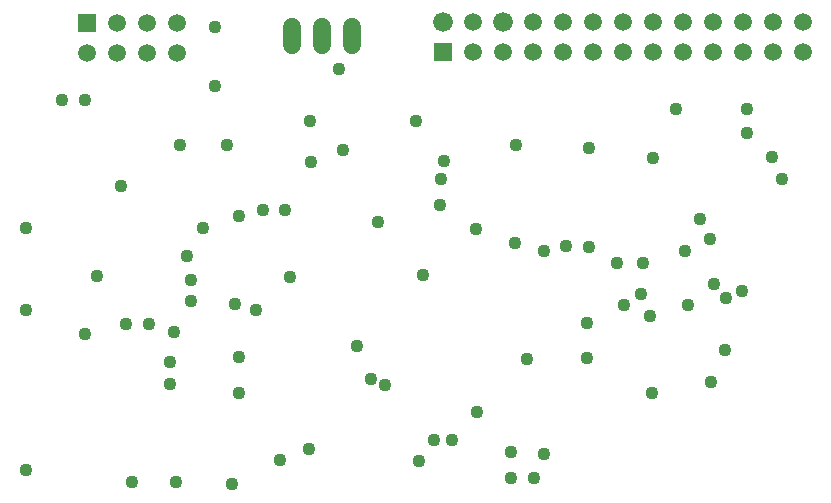
<source format=gbs>
G75*
G70*
%OFA0B0*%
%FSLAX24Y24*%
%IPPOS*%
%LPD*%
%AMOC8*
5,1,8,0,0,1.08239X$1,22.5*
%
%ADD10C,0.0600*%
%ADD11R,0.0594X0.0594*%
%ADD12C,0.0660*%
%ADD13C,0.0594*%
%ADD14C,0.0436*%
D10*
X010961Y016464D02*
X010961Y017064D01*
X011961Y017064D02*
X011961Y016464D01*
X012961Y016464D02*
X012961Y017064D01*
D11*
X015996Y016241D03*
X004130Y017201D03*
D12*
X015996Y017241D03*
X017996Y017241D03*
D13*
X016996Y017241D03*
X016996Y016241D03*
X017996Y016241D03*
X018996Y016241D03*
X019996Y016241D03*
X020996Y016241D03*
X021996Y016241D03*
X022996Y016241D03*
X023996Y016241D03*
X024996Y016241D03*
X025996Y016241D03*
X026996Y016241D03*
X027996Y016241D03*
X027996Y017241D03*
X026996Y017241D03*
X025996Y017241D03*
X024996Y017241D03*
X023996Y017241D03*
X022996Y017241D03*
X021996Y017241D03*
X020996Y017241D03*
X019996Y017241D03*
X018996Y017241D03*
X007130Y017201D03*
X006130Y017201D03*
X005130Y017201D03*
X005130Y016201D03*
X004130Y016201D03*
X006130Y016201D03*
X007130Y016201D03*
D14*
X002119Y002315D03*
X005642Y001922D03*
X007119Y001922D03*
X008989Y001823D03*
X010563Y002630D03*
X011548Y003004D03*
X009205Y004874D03*
X009205Y006056D03*
X007040Y006902D03*
X006193Y007158D03*
X005426Y007158D03*
X004087Y006843D03*
X002119Y007630D03*
X004461Y008772D03*
X002119Y010386D03*
X005268Y011764D03*
X007237Y013142D03*
X008811Y013142D03*
X011613Y012577D03*
X012670Y012985D03*
X011567Y013930D03*
X012552Y015681D03*
X015111Y013930D03*
X016036Y012591D03*
X015957Y012020D03*
X015898Y011134D03*
X017099Y010327D03*
X018398Y009874D03*
X019382Y009619D03*
X020111Y009756D03*
X020859Y009737D03*
X021804Y009205D03*
X022670Y009205D03*
X024087Y009599D03*
X024894Y009993D03*
X024579Y010681D03*
X027315Y012020D03*
X026981Y012748D03*
X026134Y013536D03*
X026134Y014323D03*
X023772Y014323D03*
X023024Y012709D03*
X020859Y013044D03*
X018457Y013142D03*
X013851Y010583D03*
X015347Y008811D03*
X013142Y006430D03*
X013615Y005347D03*
X014087Y005130D03*
X015701Y003300D03*
X016292Y003300D03*
X015209Y002611D03*
X017138Y004244D03*
X018260Y002906D03*
X018260Y002040D03*
X019048Y002040D03*
X019363Y002847D03*
X022985Y004874D03*
X024953Y005248D03*
X025406Y006311D03*
X024166Y007807D03*
X025052Y008516D03*
X025426Y008024D03*
X025977Y008260D03*
X022906Y007453D03*
X022591Y008162D03*
X022040Y007807D03*
X020819Y007197D03*
X020819Y006036D03*
X018811Y006016D03*
X010918Y008733D03*
X009776Y007650D03*
X009067Y007847D03*
X007591Y007945D03*
X007591Y008654D03*
X007473Y009441D03*
X008024Y010386D03*
X009205Y010780D03*
X009993Y010977D03*
X010741Y010977D03*
X008418Y015111D03*
X008418Y017079D03*
X004087Y014638D03*
X003300Y014638D03*
X006902Y005898D03*
X006902Y005170D03*
M02*

</source>
